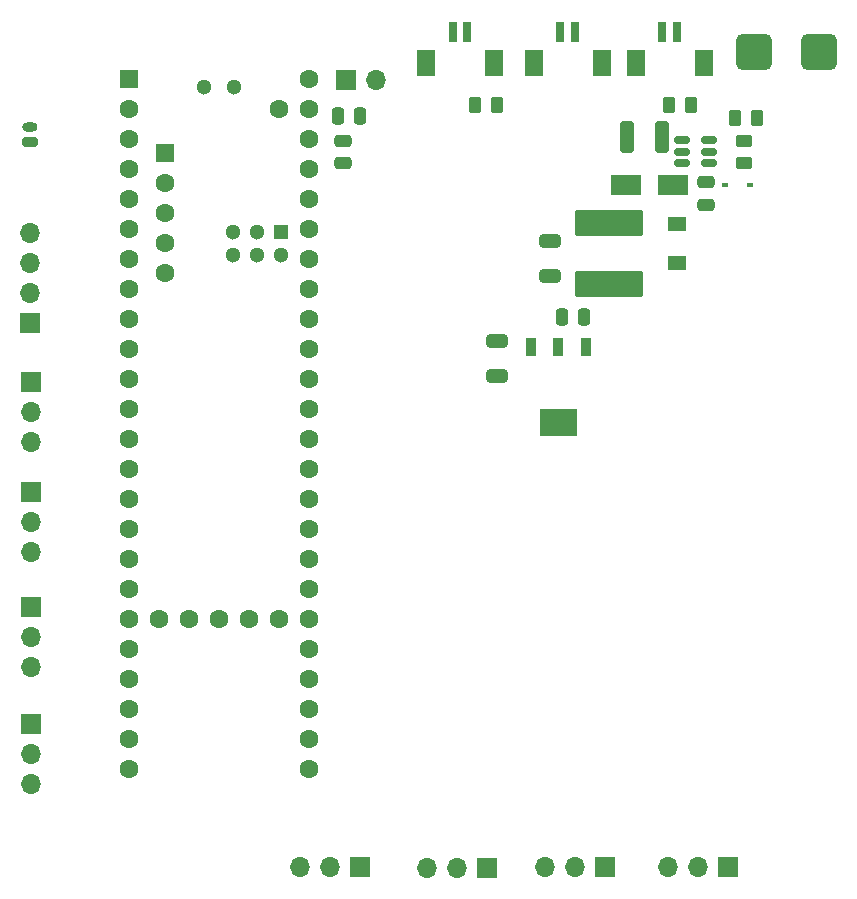
<source format=gbr>
%TF.GenerationSoftware,KiCad,Pcbnew,9.0.0*%
%TF.CreationDate,2025-03-31T19:53:22-05:00*%
%TF.ProjectId,HASP_Power_System,48415350-5f50-46f7-9765-725f53797374,rev?*%
%TF.SameCoordinates,Original*%
%TF.FileFunction,Soldermask,Top*%
%TF.FilePolarity,Negative*%
%FSLAX46Y46*%
G04 Gerber Fmt 4.6, Leading zero omitted, Abs format (unit mm)*
G04 Created by KiCad (PCBNEW 9.0.0) date 2025-03-31 19:53:22*
%MOMM*%
%LPD*%
G01*
G04 APERTURE LIST*
G04 Aperture macros list*
%AMRoundRect*
0 Rectangle with rounded corners*
0 $1 Rounding radius*
0 $2 $3 $4 $5 $6 $7 $8 $9 X,Y pos of 4 corners*
0 Add a 4 corners polygon primitive as box body*
4,1,4,$2,$3,$4,$5,$6,$7,$8,$9,$2,$3,0*
0 Add four circle primitives for the rounded corners*
1,1,$1+$1,$2,$3*
1,1,$1+$1,$4,$5*
1,1,$1+$1,$6,$7*
1,1,$1+$1,$8,$9*
0 Add four rect primitives between the rounded corners*
20,1,$1+$1,$2,$3,$4,$5,0*
20,1,$1+$1,$4,$5,$6,$7,0*
20,1,$1+$1,$6,$7,$8,$9,0*
20,1,$1+$1,$8,$9,$2,$3,0*%
G04 Aperture macros list end*
%ADD10C,0.000000*%
%ADD11RoundRect,0.250000X-0.262500X-0.450000X0.262500X-0.450000X0.262500X0.450000X-0.262500X0.450000X0*%
%ADD12R,1.700000X1.700000*%
%ADD13O,1.700000X1.700000*%
%ADD14RoundRect,0.102000X2.760000X-1.000000X2.760000X1.000000X-2.760000X1.000000X-2.760000X-1.000000X0*%
%ADD15RoundRect,0.250000X-0.475000X0.250000X-0.475000X-0.250000X0.475000X-0.250000X0.475000X0.250000X0*%
%ADD16RoundRect,0.250000X0.250000X0.475000X-0.250000X0.475000X-0.250000X-0.475000X0.250000X-0.475000X0*%
%ADD17RoundRect,0.250000X0.650000X-0.325000X0.650000X0.325000X-0.650000X0.325000X-0.650000X-0.325000X0*%
%ADD18R,0.700000X1.800000*%
%ADD19R,1.600000X2.200000*%
%ADD20R,2.500000X1.700000*%
%ADD21RoundRect,0.150000X0.512500X0.150000X-0.512500X0.150000X-0.512500X-0.150000X0.512500X-0.150000X0*%
%ADD22RoundRect,0.250000X0.325000X1.100000X-0.325000X1.100000X-0.325000X-1.100000X0.325000X-1.100000X0*%
%ADD23R,0.838200X1.600200*%
%ADD24RoundRect,0.250000X-0.650000X0.325000X-0.650000X-0.325000X0.650000X-0.325000X0.650000X0.325000X0*%
%ADD25RoundRect,0.450000X-1.050000X-1.050000X1.050000X-1.050000X1.050000X1.050000X-1.050000X1.050000X0*%
%ADD26R,0.600000X0.450000*%
%ADD27R,1.600000X1.600000*%
%ADD28C,1.600000*%
%ADD29R,1.300000X1.300000*%
%ADD30C,1.300000*%
%ADD31RoundRect,0.102000X-0.700000X0.500000X-0.700000X-0.500000X0.700000X-0.500000X0.700000X0.500000X0*%
%ADD32RoundRect,0.250000X0.450000X-0.262500X0.450000X0.262500X-0.450000X0.262500X-0.450000X-0.262500X0*%
%ADD33RoundRect,0.200000X0.450000X-0.200000X0.450000X0.200000X-0.450000X0.200000X-0.450000X-0.200000X0*%
%ADD34O,1.300000X0.800000*%
G04 APERTURE END LIST*
D10*
%TO.C,U2*%
G36*
X161800200Y-101536726D02*
G01*
X158599800Y-101536726D01*
X158599800Y-99225326D01*
X161800200Y-99225326D01*
X161800200Y-101536726D01*
G37*
%TD*%
D11*
%TO.C,R3*%
X153175000Y-73500000D03*
X155000000Y-73500000D03*
%TD*%
D12*
%TO.C,J5*%
X142225000Y-71375000D03*
D13*
X144765000Y-71375000D03*
%TD*%
D14*
%TO.C,C3*%
X164500000Y-88706000D03*
X164500000Y-83500000D03*
%TD*%
D15*
%TO.C,C2*%
X172719400Y-80049800D03*
X172719400Y-81949800D03*
%TD*%
D16*
%TO.C,C7*%
X143400000Y-74475662D03*
X141500000Y-74475662D03*
%TD*%
%TO.C,C5*%
X162400000Y-91500000D03*
X160500000Y-91500000D03*
%TD*%
D12*
%TO.C,J10*%
X115510000Y-115990000D03*
D13*
X115510000Y-118530000D03*
X115510000Y-121070000D03*
%TD*%
D17*
%TO.C,C4*%
X159500000Y-87975000D03*
X159500000Y-85025000D03*
%TD*%
D12*
%TO.C,J11*%
X115520000Y-125900000D03*
D13*
X115520000Y-128440000D03*
X115520000Y-130980000D03*
%TD*%
D18*
%TO.C,J7*%
X160375000Y-67300000D03*
X161625000Y-67300000D03*
D19*
X158125000Y-70000000D03*
X163875000Y-70000000D03*
%TD*%
D20*
%TO.C,D1*%
X169894400Y-80264800D03*
X165894400Y-80264800D03*
%TD*%
D11*
%TO.C,R4*%
X169587500Y-73500000D03*
X171412500Y-73500000D03*
%TD*%
D12*
%TO.C,J9*%
X115540000Y-106250000D03*
D13*
X115540000Y-108790000D03*
X115540000Y-111330000D03*
%TD*%
D11*
%TO.C,R2*%
X175156900Y-74599800D03*
X176981900Y-74599800D03*
%TD*%
D21*
%TO.C,U1*%
X172963100Y-78415200D03*
X172963100Y-77465200D03*
X172963100Y-76515200D03*
X170688100Y-76515200D03*
X170688100Y-77465200D03*
X170688100Y-78415200D03*
%TD*%
D22*
%TO.C,C1*%
X168944200Y-76253400D03*
X165994200Y-76253400D03*
%TD*%
D12*
%TO.C,J12*%
X174570000Y-138040000D03*
D13*
X172030000Y-138040000D03*
X169490000Y-138040000D03*
%TD*%
D12*
%TO.C,J8*%
X115570000Y-96935000D03*
D13*
X115570000Y-99475000D03*
X115570000Y-102015000D03*
%TD*%
D23*
%TO.C,U2*%
X162500000Y-93980226D03*
X160200000Y-93980226D03*
X157900000Y-93980226D03*
%TD*%
D12*
%TO.C,J13*%
X164160000Y-138070000D03*
D13*
X161620000Y-138070000D03*
X159080000Y-138070000D03*
%TD*%
D24*
%TO.C,C6*%
X155000000Y-93525000D03*
X155000000Y-96475000D03*
%TD*%
D25*
%TO.C,J16*%
X176750000Y-69000000D03*
X182250000Y-69000000D03*
%TD*%
D12*
%TO.C,J6*%
X115500000Y-92000000D03*
D13*
X115500000Y-89460000D03*
X115500000Y-86920000D03*
X115500000Y-84380000D03*
%TD*%
D26*
%TO.C,D2*%
X174313600Y-80311800D03*
X176413600Y-80311800D03*
%TD*%
D27*
%TO.C,U3*%
X123880000Y-71290000D03*
D28*
X123880000Y-73830000D03*
X123880000Y-76370000D03*
X123880000Y-78910000D03*
X123880000Y-81450000D03*
X123880000Y-83990000D03*
X123880000Y-86530000D03*
X123880000Y-89070000D03*
X123880000Y-91610000D03*
X123880000Y-94150000D03*
X123880000Y-96690000D03*
X123880000Y-99230000D03*
X123880000Y-101770000D03*
X123880000Y-104310000D03*
X123880000Y-106850000D03*
X123880000Y-109390000D03*
X123880000Y-111930000D03*
X123880000Y-114470000D03*
X123880000Y-117010000D03*
X123880000Y-119550000D03*
X123880000Y-122090000D03*
X123880000Y-124630000D03*
X123880000Y-127170000D03*
X123880000Y-129710000D03*
X139120000Y-129710000D03*
X139120000Y-127170000D03*
X139120000Y-124630000D03*
X139120000Y-122090000D03*
X139120000Y-119550000D03*
X139120000Y-117010000D03*
X139120000Y-114470000D03*
X139120000Y-111930000D03*
X139120000Y-109390000D03*
X139120000Y-106850000D03*
X139120000Y-104310000D03*
X139120000Y-101770000D03*
X139120000Y-99230000D03*
X139120000Y-96690000D03*
X139120000Y-94150000D03*
X139120000Y-91610000D03*
X139120000Y-89070000D03*
X139120000Y-86530000D03*
X139120000Y-83990000D03*
X139120000Y-81450000D03*
X139120000Y-78910000D03*
X139120000Y-76370000D03*
X139120000Y-73830000D03*
X139120000Y-71290000D03*
X136580000Y-73830000D03*
X126420000Y-117010000D03*
X128960000Y-117010000D03*
X131500000Y-117010000D03*
X134040000Y-117010000D03*
X136580000Y-117010000D03*
D27*
X126930800Y-77589200D03*
D28*
X126930800Y-80129200D03*
X126930800Y-82669200D03*
X126930800Y-85209200D03*
X126930800Y-87749200D03*
D29*
X136681600Y-84260000D03*
D30*
X134681600Y-84260000D03*
X132681600Y-84260000D03*
X132681600Y-86260000D03*
X134681600Y-86260000D03*
X136681600Y-86260000D03*
X132770000Y-72020000D03*
X130230000Y-72020000D03*
%TD*%
D18*
%TO.C,J3*%
X168995000Y-67300000D03*
X170245000Y-67300000D03*
D19*
X166745000Y-70000000D03*
X172495000Y-70000000D03*
%TD*%
D31*
%TO.C,L1*%
X170227879Y-83635396D03*
X170227879Y-86935396D03*
%TD*%
D32*
%TO.C,R1*%
X175871600Y-78430300D03*
X175871600Y-76605300D03*
%TD*%
D12*
%TO.C,J14*%
X154170000Y-138080000D03*
D13*
X151630000Y-138080000D03*
X149090000Y-138080000D03*
%TD*%
D15*
%TO.C,C8*%
X142000000Y-76550000D03*
X142000000Y-78450000D03*
%TD*%
D12*
%TO.C,J15*%
X143360000Y-138030000D03*
D13*
X140820000Y-138030000D03*
X138280000Y-138030000D03*
%TD*%
D18*
%TO.C,J2*%
X151250000Y-67300000D03*
X152500000Y-67300000D03*
D19*
X149000000Y-70000000D03*
X154750000Y-70000000D03*
%TD*%
D33*
%TO.C,J4*%
X115500000Y-76625000D03*
D34*
X115500000Y-75375000D03*
%TD*%
M02*

</source>
